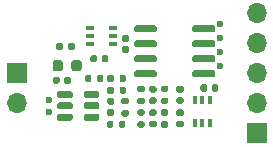
<source format=gts>
G75*
G70*
%OFA0B0*%
%FSLAX25Y25*%
%IPPOS*%
%LPD*%
%AMOC8*
5,1,8,0,0,1.08239X$1,22.5*
%
%ADD10R,0.06693X0.06693*%
%ADD11O,0.06693X0.06693*%
%ADD12C,0.02362*%
%ADD24R,0.02559X0.01575*%
%ADD25R,0.01575X0.02559*%
X0000000Y0000000D02*
%LPD*%
G01*
D10*
X0010000Y0032500D03*
D11*
X0010000Y0022500D03*
D12*
X0077677Y0039665D03*
X0077677Y0034941D03*
X0077677Y0044390D03*
X0077677Y0049114D03*
X0020886Y0023681D03*
X0020886Y0019744D03*
D10*
X0090000Y0012500D03*
D11*
X0090000Y0022500D03*
X0090000Y0032500D03*
X0090000Y0042500D03*
X0090000Y0052500D03*
X0019409Y0012500D02*
%LPD*%
G01*
D12*
X0077677Y0039665D03*
X0077677Y0034941D03*
X0077677Y0044390D03*
X0077677Y0049114D03*
X0020885Y0023681D03*
X0020885Y0019744D03*
G36*
G01*
X0036850Y0030118D02*
X0036850Y0031575D01*
G75*
G02*
X0037381Y0032106I0000531J0000000D01*
G01*
X0038444Y0032106D01*
G75*
G02*
X0038976Y0031575I0000000J-000531D01*
G01*
X0038976Y0030118D01*
G75*
G02*
X0038444Y0029587I-000531J0000000D01*
G01*
X0037381Y0029587D01*
G75*
G02*
X0036850Y0030118I0000000J0000531D01*
G01*
G37*
G36*
G01*
X0032834Y0030118D02*
X0032834Y0031575D01*
G75*
G02*
X0033366Y0032106I0000531J0000000D01*
G01*
X0034429Y0032106D01*
G75*
G02*
X0034960Y0031575I0000000J-000531D01*
G01*
X0034960Y0030118D01*
G75*
G02*
X0034429Y0029587I-000531J0000000D01*
G01*
X0033366Y0029587D01*
G75*
G02*
X0032834Y0030118I0000000J0000531D01*
G01*
G37*
G36*
G01*
X0060098Y0014429D02*
X0058641Y0014429D01*
G75*
G02*
X0058110Y0014961I0000000J0000531D01*
G01*
X0058110Y0016024D01*
G75*
G02*
X0058641Y0016555I0000531J0000000D01*
G01*
X0060098Y0016555D01*
G75*
G02*
X0060629Y0016024I0000000J-000531D01*
G01*
X0060629Y0014961D01*
G75*
G02*
X0060098Y0014429I-000531J0000000D01*
G01*
G37*
G36*
G01*
X0060098Y0018445D02*
X0058641Y0018445D01*
G75*
G02*
X0058110Y0018976I0000000J0000531D01*
G01*
X0058110Y0020039D01*
G75*
G02*
X0058641Y0020571I0000531J0000000D01*
G01*
X0060098Y0020571D01*
G75*
G02*
X0060629Y0020039I0000000J-000531D01*
G01*
X0060629Y0018976D01*
G75*
G02*
X0060098Y0018445I-000531J0000000D01*
G01*
G37*
G36*
G01*
X0049126Y0046772D02*
X0049126Y0047953D01*
G75*
G02*
X0049716Y0048543I0000591J0000000D01*
G01*
X0056212Y0048543D01*
G75*
G02*
X0056803Y0047953I0000000J-000591D01*
G01*
X0056803Y0046772D01*
G75*
G02*
X0056212Y0046181I-000591J0000000D01*
G01*
X0049716Y0046181D01*
G75*
G02*
X0049126Y0046772I0000000J0000591D01*
G01*
G37*
G36*
G01*
X0049126Y0041772D02*
X0049126Y0042953D01*
G75*
G02*
X0049716Y0043543I0000591J0000000D01*
G01*
X0056212Y0043543D01*
G75*
G02*
X0056803Y0042953I0000000J-000591D01*
G01*
X0056803Y0041772D01*
G75*
G02*
X0056212Y0041181I-000591J0000000D01*
G01*
X0049716Y0041181D01*
G75*
G02*
X0049126Y0041772I0000000J0000591D01*
G01*
G37*
G36*
G01*
X0049126Y0036772D02*
X0049126Y0037953D01*
G75*
G02*
X0049716Y0038543I0000591J0000000D01*
G01*
X0056212Y0038543D01*
G75*
G02*
X0056803Y0037953I0000000J-000591D01*
G01*
X0056803Y0036772D01*
G75*
G02*
X0056212Y0036181I-000591J0000000D01*
G01*
X0049716Y0036181D01*
G75*
G02*
X0049126Y0036772I0000000J0000591D01*
G01*
G37*
G36*
G01*
X0049126Y0031772D02*
X0049126Y0032953D01*
G75*
G02*
X0049716Y0033543I0000591J0000000D01*
G01*
X0056212Y0033543D01*
G75*
G02*
X0056803Y0032953I0000000J-000591D01*
G01*
X0056803Y0031772D01*
G75*
G02*
X0056212Y0031181I-000591J0000000D01*
G01*
X0049716Y0031181D01*
G75*
G02*
X0049126Y0031772I0000000J0000591D01*
G01*
G37*
G36*
G01*
X0068614Y0031772D02*
X0068614Y0032953D01*
G75*
G02*
X0069204Y0033543I0000591J0000000D01*
G01*
X0075700Y0033543D01*
G75*
G02*
X0076291Y0032953I0000000J-000591D01*
G01*
X0076291Y0031772D01*
G75*
G02*
X0075700Y0031181I-000591J0000000D01*
G01*
X0069204Y0031181D01*
G75*
G02*
X0068614Y0031772I0000000J0000591D01*
G01*
G37*
G36*
G01*
X0068614Y0036772D02*
X0068614Y0037953D01*
G75*
G02*
X0069204Y0038543I0000591J0000000D01*
G01*
X0075700Y0038543D01*
G75*
G02*
X0076291Y0037953I0000000J-000591D01*
G01*
X0076291Y0036772D01*
G75*
G02*
X0075700Y0036181I-000591J0000000D01*
G01*
X0069204Y0036181D01*
G75*
G02*
X0068614Y0036772I0000000J0000591D01*
G01*
G37*
G36*
G01*
X0068614Y0041772D02*
X0068614Y0042953D01*
G75*
G02*
X0069204Y0043543I0000591J0000000D01*
G01*
X0075700Y0043543D01*
G75*
G02*
X0076291Y0042953I0000000J-000591D01*
G01*
X0076291Y0041772D01*
G75*
G02*
X0075700Y0041181I-000591J0000000D01*
G01*
X0069204Y0041181D01*
G75*
G02*
X0068614Y0041772I0000000J0000591D01*
G01*
G37*
G36*
G01*
X0068614Y0046772D02*
X0068614Y0047953D01*
G75*
G02*
X0069204Y0048543I0000591J0000000D01*
G01*
X0075700Y0048543D01*
G75*
G02*
X0076291Y0047953I0000000J-000591D01*
G01*
X0076291Y0046772D01*
G75*
G02*
X0075700Y0046181I-000591J0000000D01*
G01*
X0069204Y0046181D01*
G75*
G02*
X0068614Y0046772I0000000J0000591D01*
G01*
G37*
D24*
X0034606Y0047500D03*
X0034606Y0044941D03*
X0034606Y0042382D03*
X0042086Y0042382D03*
X0042086Y0044941D03*
X0042086Y0047500D03*
G36*
G01*
X0050767Y0028412D02*
X0052224Y0028412D01*
G75*
G02*
X0052755Y0027880I0000000J-000531D01*
G01*
X0052755Y0026817D01*
G75*
G02*
X0052224Y0026286I-000531J0000000D01*
G01*
X0050767Y0026286D01*
G75*
G02*
X0050236Y0026817I0000000J0000531D01*
G01*
X0050236Y0027880D01*
G75*
G02*
X0050767Y0028412I0000531J0000000D01*
G01*
G37*
G36*
G01*
X0050767Y0024396D02*
X0052224Y0024396D01*
G75*
G02*
X0052755Y0023865I0000000J-000531D01*
G01*
X0052755Y0022802D01*
G75*
G02*
X0052224Y0022270I-000531J0000000D01*
G01*
X0050767Y0022270D01*
G75*
G02*
X0050236Y0022802I0000000J0000531D01*
G01*
X0050236Y0023865D01*
G75*
G02*
X0050767Y0024396I0000531J0000000D01*
G01*
G37*
G36*
G01*
X0056102Y0022349D02*
X0054763Y0022349D01*
G75*
G02*
X0054212Y0022900I0000000J0000551D01*
G01*
X0054212Y0024002D01*
G75*
G02*
X0054763Y0024554I0000551J0000000D01*
G01*
X0056102Y0024554D01*
G75*
G02*
X0056653Y0024002I0000000J-000551D01*
G01*
X0056653Y0022900D01*
G75*
G02*
X0056102Y0022349I-000551J0000000D01*
G01*
G37*
G36*
G01*
X0056102Y0026128D02*
X0054763Y0026128D01*
G75*
G02*
X0054212Y0026680I0000000J0000551D01*
G01*
X0054212Y0027782D01*
G75*
G02*
X0054763Y0028333I0000551J0000000D01*
G01*
X0056102Y0028333D01*
G75*
G02*
X0056653Y0027782I0000000J-000551D01*
G01*
X0056653Y0026680D01*
G75*
G02*
X0056102Y0026128I-000551J0000000D01*
G01*
G37*
G36*
G01*
X0052224Y0014429D02*
X0050767Y0014429D01*
G75*
G02*
X0050236Y0014961I0000000J0000531D01*
G01*
X0050236Y0016024D01*
G75*
G02*
X0050767Y0016555I0000531J0000000D01*
G01*
X0052224Y0016555D01*
G75*
G02*
X0052755Y0016024I0000000J-000531D01*
G01*
X0052755Y0014961D01*
G75*
G02*
X0052224Y0014429I-000531J0000000D01*
G01*
G37*
G36*
G01*
X0052224Y0018445D02*
X0050767Y0018445D01*
G75*
G02*
X0050236Y0018976I0000000J0000531D01*
G01*
X0050236Y0020039D01*
G75*
G02*
X0050767Y0020571I0000531J0000000D01*
G01*
X0052224Y0020571D01*
G75*
G02*
X0052755Y0020039I0000000J-000531D01*
G01*
X0052755Y0018976D01*
G75*
G02*
X0052224Y0018445I-000531J0000000D01*
G01*
G37*
G36*
G01*
X0063818Y0020492D02*
X0065157Y0020492D01*
G75*
G02*
X0065708Y0019941I0000000J-000551D01*
G01*
X0065708Y0018839D01*
G75*
G02*
X0065157Y0018287I-000551J0000000D01*
G01*
X0063818Y0018287D01*
G75*
G02*
X0063267Y0018839I0000000J0000551D01*
G01*
X0063267Y0019941D01*
G75*
G02*
X0063818Y0020492I0000551J0000000D01*
G01*
G37*
G36*
G01*
X0063818Y0016713D02*
X0065157Y0016713D01*
G75*
G02*
X0065708Y0016161I0000000J-000551D01*
G01*
X0065708Y0015059D01*
G75*
G02*
X0065157Y0014508I-000551J0000000D01*
G01*
X0063818Y0014508D01*
G75*
G02*
X0063267Y0015059I0000000J0000551D01*
G01*
X0063267Y0016161D01*
G75*
G02*
X0063818Y0016713I0000551J0000000D01*
G01*
G37*
G36*
G01*
X0040689Y0024350D02*
X0042027Y0024350D01*
G75*
G02*
X0042578Y0023799I0000000J-000551D01*
G01*
X0042578Y0022697D01*
G75*
G02*
X0042027Y0022146I-000551J0000000D01*
G01*
X0040689Y0022146D01*
G75*
G02*
X0040137Y0022697I0000000J0000551D01*
G01*
X0040137Y0023799D01*
G75*
G02*
X0040689Y0024350I0000551J0000000D01*
G01*
G37*
G36*
G01*
X0040689Y0020571D02*
X0042027Y0020571D01*
G75*
G02*
X0042578Y0020020I0000000J-000551D01*
G01*
X0042578Y0018917D01*
G75*
G02*
X0042027Y0018366I-000551J0000000D01*
G01*
X0040689Y0018366D01*
G75*
G02*
X0040137Y0018917I0000000J0000551D01*
G01*
X0040137Y0020020D01*
G75*
G02*
X0040689Y0020571I0000551J0000000D01*
G01*
G37*
G36*
G01*
X0046456Y0027598D02*
X0046456Y0026142D01*
G75*
G02*
X0045925Y0025610I-000531J0000000D01*
G01*
X0044862Y0025610D01*
G75*
G02*
X0044330Y0026142I0000000J0000531D01*
G01*
X0044330Y0027598D01*
G75*
G02*
X0044862Y0028130I0000531J0000000D01*
G01*
X0045925Y0028130D01*
G75*
G02*
X0046456Y0027598I0000000J-000531D01*
G01*
G37*
G36*
G01*
X0042440Y0027598D02*
X0042440Y0026142D01*
G75*
G02*
X0041909Y0025610I-000531J0000000D01*
G01*
X0040846Y0025610D01*
G75*
G02*
X0040315Y0026142I0000000J0000531D01*
G01*
X0040315Y0027598D01*
G75*
G02*
X0040846Y0028130I0000531J0000000D01*
G01*
X0041909Y0028130D01*
G75*
G02*
X0042440Y0027598I0000000J-000531D01*
G01*
G37*
G36*
G01*
X0077283Y0028327D02*
X0077283Y0026988D01*
G75*
G02*
X0076732Y0026437I-000551J0000000D01*
G01*
X0075629Y0026437D01*
G75*
G02*
X0075078Y0026988I0000000J0000551D01*
G01*
X0075078Y0028327D01*
G75*
G02*
X0075629Y0028878I0000551J0000000D01*
G01*
X0076732Y0028878D01*
G75*
G02*
X0077283Y0028327I0000000J-000551D01*
G01*
G37*
G36*
G01*
X0073503Y0028327D02*
X0073503Y0026988D01*
G75*
G02*
X0072952Y0026437I-000551J0000000D01*
G01*
X0071850Y0026437D01*
G75*
G02*
X0071299Y0026988I0000000J0000551D01*
G01*
X0071299Y0028327D01*
G75*
G02*
X0071850Y0028878I0000551J0000000D01*
G01*
X0072952Y0028878D01*
G75*
G02*
X0073503Y0028327I0000000J-000551D01*
G01*
G37*
G36*
G01*
X0028228Y0034090D02*
X0028228Y0036107D01*
G75*
G02*
X0029089Y0036969I0000861J0000000D01*
G01*
X0030812Y0036969D01*
G75*
G02*
X0031673Y0036107I0000000J-000861D01*
G01*
X0031673Y0034090D01*
G75*
G02*
X0030812Y0033228I-000861J0000000D01*
G01*
X0029089Y0033228D01*
G75*
G02*
X0028228Y0034090I0000000J0000861D01*
G01*
G37*
G36*
G01*
X0022027Y0034090D02*
X0022027Y0036107D01*
G75*
G02*
X0022888Y0036969I0000861J0000000D01*
G01*
X0024611Y0036969D01*
G75*
G02*
X0025472Y0036107I0000000J-000861D01*
G01*
X0025472Y0034090D01*
G75*
G02*
X0024611Y0033228I-000861J0000000D01*
G01*
X0022888Y0033228D01*
G75*
G02*
X0022027Y0034090I0000000J0000861D01*
G01*
G37*
G36*
G01*
X0047007Y0039311D02*
X0045669Y0039311D01*
G75*
G02*
X0045118Y0039862I0000000J0000551D01*
G01*
X0045118Y0040965D01*
G75*
G02*
X0045669Y0041516I0000551J0000000D01*
G01*
X0047007Y0041516D01*
G75*
G02*
X0047559Y0040965I0000000J-000551D01*
G01*
X0047559Y0039862D01*
G75*
G02*
X0047007Y0039311I-000551J0000000D01*
G01*
G37*
G36*
G01*
X0047007Y0043091D02*
X0045669Y0043091D01*
G75*
G02*
X0045118Y0043642I0000000J0000551D01*
G01*
X0045118Y0044744D01*
G75*
G02*
X0045669Y0045295I0000551J0000000D01*
G01*
X0047007Y0045295D01*
G75*
G02*
X0047559Y0044744I0000000J-000551D01*
G01*
X0047559Y0043642D01*
G75*
G02*
X0047007Y0043091I-000551J0000000D01*
G01*
G37*
G36*
G01*
X0029370Y0042165D02*
X0029370Y0040709D01*
G75*
G02*
X0028838Y0040177I-000531J0000000D01*
G01*
X0027775Y0040177D01*
G75*
G02*
X0027244Y0040709I0000000J0000531D01*
G01*
X0027244Y0042165D01*
G75*
G02*
X0027775Y0042697I0000531J0000000D01*
G01*
X0028838Y0042697D01*
G75*
G02*
X0029370Y0042165I0000000J-000531D01*
G01*
G37*
G36*
G01*
X0025354Y0042165D02*
X0025354Y0040709D01*
G75*
G02*
X0024822Y0040177I-000531J0000000D01*
G01*
X0023759Y0040177D01*
G75*
G02*
X0023228Y0040709I0000000J0000531D01*
G01*
X0023228Y0042165D01*
G75*
G02*
X0023759Y0042697I0000531J0000000D01*
G01*
X0024822Y0042697D01*
G75*
G02*
X0025354Y0042165I0000000J-000531D01*
G01*
G37*
G36*
G01*
X0040315Y0030079D02*
X0040315Y0031535D01*
G75*
G02*
X0040846Y0032067I0000531J0000000D01*
G01*
X0041909Y0032067D01*
G75*
G02*
X0042440Y0031535I0000000J-000531D01*
G01*
X0042440Y0030079D01*
G75*
G02*
X0041909Y0029547I-000531J0000000D01*
G01*
X0040846Y0029547D01*
G75*
G02*
X0040315Y0030079I0000000J0000531D01*
G01*
G37*
G36*
G01*
X0044330Y0030079D02*
X0044330Y0031535D01*
G75*
G02*
X0044862Y0032067I0000531J0000000D01*
G01*
X0045925Y0032067D01*
G75*
G02*
X0046456Y0031535I0000000J-000531D01*
G01*
X0046456Y0030079D01*
G75*
G02*
X0045925Y0029547I-000531J0000000D01*
G01*
X0044862Y0029547D01*
G75*
G02*
X0044330Y0030079I0000000J0000531D01*
G01*
G37*
G36*
G01*
X0045452Y0024288D02*
X0046909Y0024288D01*
G75*
G02*
X0047440Y0023757I0000000J-000531D01*
G01*
X0047440Y0022694D01*
G75*
G02*
X0046909Y0022162I-000531J0000000D01*
G01*
X0045452Y0022162D01*
G75*
G02*
X0044921Y0022694I0000000J0000531D01*
G01*
X0044921Y0023757D01*
G75*
G02*
X0045452Y0024288I0000531J0000000D01*
G01*
G37*
G36*
G01*
X0045452Y0020272D02*
X0046909Y0020272D01*
G75*
G02*
X0047440Y0019741I0000000J-000531D01*
G01*
X0047440Y0018678D01*
G75*
G02*
X0046909Y0018147I-000531J0000000D01*
G01*
X0045452Y0018147D01*
G75*
G02*
X0044921Y0018678I0000000J0000531D01*
G01*
X0044921Y0019741D01*
G75*
G02*
X0045452Y0020272I0000531J0000000D01*
G01*
G37*
G36*
G01*
X0028110Y0030886D02*
X0028110Y0029547D01*
G75*
G02*
X0027559Y0028996I-000551J0000000D01*
G01*
X0026456Y0028996D01*
G75*
G02*
X0025905Y0029547I0000000J0000551D01*
G01*
X0025905Y0030886D01*
G75*
G02*
X0026456Y0031437I0000551J0000000D01*
G01*
X0027559Y0031437D01*
G75*
G02*
X0028110Y0030886I0000000J-000551D01*
G01*
G37*
G36*
G01*
X0024330Y0030886D02*
X0024330Y0029547D01*
G75*
G02*
X0023779Y0028996I-000551J0000000D01*
G01*
X0022677Y0028996D01*
G75*
G02*
X0022126Y0029547I0000000J0000551D01*
G01*
X0022126Y0030886D01*
G75*
G02*
X0022677Y0031437I0000551J0000000D01*
G01*
X0023779Y0031437D01*
G75*
G02*
X0024330Y0030886I0000000J-000551D01*
G01*
G37*
G36*
G01*
X0065157Y0022349D02*
X0063818Y0022349D01*
G75*
G02*
X0063267Y0022900I0000000J0000551D01*
G01*
X0063267Y0024002D01*
G75*
G02*
X0063818Y0024554I0000551J0000000D01*
G01*
X0065157Y0024554D01*
G75*
G02*
X0065708Y0024002I0000000J-000551D01*
G01*
X0065708Y0022900D01*
G75*
G02*
X0065157Y0022349I-000551J0000000D01*
G01*
G37*
G36*
G01*
X0065157Y0026128D02*
X0063818Y0026128D01*
G75*
G02*
X0063267Y0026680I0000000J0000551D01*
G01*
X0063267Y0027782D01*
G75*
G02*
X0063818Y0028333I0000551J0000000D01*
G01*
X0065157Y0028333D01*
G75*
G02*
X0065708Y0027782I0000000J-000551D01*
G01*
X0065708Y0026680D01*
G75*
G02*
X0065157Y0026128I-000551J0000000D01*
G01*
G37*
G36*
G01*
X0040137Y0014823D02*
X0040137Y0016280D01*
G75*
G02*
X0040669Y0016811I0000531J0000000D01*
G01*
X0041732Y0016811D01*
G75*
G02*
X0042263Y0016280I0000000J-000531D01*
G01*
X0042263Y0014823D01*
G75*
G02*
X0041732Y0014291I-000531J0000000D01*
G01*
X0040669Y0014291D01*
G75*
G02*
X0040137Y0014823I0000000J0000531D01*
G01*
G37*
G36*
G01*
X0044153Y0014823D02*
X0044153Y0016280D01*
G75*
G02*
X0044685Y0016811I0000531J0000000D01*
G01*
X0045748Y0016811D01*
G75*
G02*
X0046279Y0016280I0000000J-000531D01*
G01*
X0046279Y0014823D01*
G75*
G02*
X0045748Y0014291I-000531J0000000D01*
G01*
X0044685Y0014291D01*
G75*
G02*
X0044153Y0014823I0000000J0000531D01*
G01*
G37*
D25*
X0069396Y0016043D03*
X0071955Y0016043D03*
X0074514Y0016043D03*
X0074514Y0023524D03*
X0071955Y0023524D03*
X0069396Y0023524D03*
G36*
G01*
X0023447Y0024829D02*
X0023447Y0026010D01*
G75*
G02*
X0024038Y0026601I0000591J0000000D01*
G01*
X0028073Y0026601D01*
G75*
G02*
X0028664Y0026010I0000000J-000591D01*
G01*
X0028664Y0024829D01*
G75*
G02*
X0028073Y0024239I-000591J0000000D01*
G01*
X0024038Y0024239D01*
G75*
G02*
X0023447Y0024829I0000000J0000591D01*
G01*
G37*
G36*
G01*
X0023447Y0021089D02*
X0023447Y0022270D01*
G75*
G02*
X0024038Y0022861I0000591J0000000D01*
G01*
X0028073Y0022861D01*
G75*
G02*
X0028664Y0022270I0000000J-000591D01*
G01*
X0028664Y0021089D01*
G75*
G02*
X0028073Y0020498I-000591J0000000D01*
G01*
X0024038Y0020498D01*
G75*
G02*
X0023447Y0021089I0000000J0000591D01*
G01*
G37*
G36*
G01*
X0023447Y0017349D02*
X0023447Y0018530D01*
G75*
G02*
X0024038Y0019120I0000591J0000000D01*
G01*
X0028073Y0019120D01*
G75*
G02*
X0028664Y0018530I0000000J-000591D01*
G01*
X0028664Y0017349D01*
G75*
G02*
X0028073Y0016758I-000591J0000000D01*
G01*
X0024038Y0016758D01*
G75*
G02*
X0023447Y0017349I0000000J0000591D01*
G01*
G37*
G36*
G01*
X0032404Y0017349D02*
X0032404Y0018530D01*
G75*
G02*
X0032994Y0019120I0000591J0000000D01*
G01*
X0037030Y0019120D01*
G75*
G02*
X0037620Y0018530I0000000J-000591D01*
G01*
X0037620Y0017349D01*
G75*
G02*
X0037030Y0016758I-000591J0000000D01*
G01*
X0032994Y0016758D01*
G75*
G02*
X0032404Y0017349I0000000J0000591D01*
G01*
G37*
G36*
G01*
X0032404Y0021089D02*
X0032404Y0022270D01*
G75*
G02*
X0032994Y0022861I0000591J0000000D01*
G01*
X0037030Y0022861D01*
G75*
G02*
X0037620Y0022270I0000000J-000591D01*
G01*
X0037620Y0021089D01*
G75*
G02*
X0037030Y0020498I-000591J0000000D01*
G01*
X0032994Y0020498D01*
G75*
G02*
X0032404Y0021089I0000000J0000591D01*
G01*
G37*
G36*
G01*
X0032404Y0024829D02*
X0032404Y0026010D01*
G75*
G02*
X0032994Y0026601I0000591J0000000D01*
G01*
X0037030Y0026601D01*
G75*
G02*
X0037620Y0026010I0000000J-000591D01*
G01*
X0037620Y0024829D01*
G75*
G02*
X0037030Y0024239I-000591J0000000D01*
G01*
X0032994Y0024239D01*
G75*
G02*
X0032404Y0024829I0000000J0000591D01*
G01*
G37*
G36*
G01*
X0034566Y0036713D02*
X0034566Y0038051D01*
G75*
G02*
X0035118Y0038602I0000551J0000000D01*
G01*
X0036220Y0038602D01*
G75*
G02*
X0036771Y0038051I0000000J-000551D01*
G01*
X0036771Y0036713D01*
G75*
G02*
X0036220Y0036161I-000551J0000000D01*
G01*
X0035118Y0036161D01*
G75*
G02*
X0034566Y0036713I0000000J0000551D01*
G01*
G37*
G36*
G01*
X0038346Y0036713D02*
X0038346Y0038051D01*
G75*
G02*
X0038897Y0038602I0000551J0000000D01*
G01*
X0040000Y0038602D01*
G75*
G02*
X0040551Y0038051I0000000J-000551D01*
G01*
X0040551Y0036713D01*
G75*
G02*
X0040000Y0036161I-000551J0000000D01*
G01*
X0038897Y0036161D01*
G75*
G02*
X0038346Y0036713I0000000J0000551D01*
G01*
G37*
G36*
G01*
X0056102Y0014508D02*
X0054763Y0014508D01*
G75*
G02*
X0054212Y0015059I0000000J0000551D01*
G01*
X0054212Y0016161D01*
G75*
G02*
X0054763Y0016713I0000551J0000000D01*
G01*
X0056102Y0016713D01*
G75*
G02*
X0056653Y0016161I0000000J-000551D01*
G01*
X0056653Y0015059D01*
G75*
G02*
X0056102Y0014508I-000551J0000000D01*
G01*
G37*
G36*
G01*
X0056102Y0018287D02*
X0054763Y0018287D01*
G75*
G02*
X0054212Y0018839I0000000J0000551D01*
G01*
X0054212Y0019941D01*
G75*
G02*
X0054763Y0020492I0000551J0000000D01*
G01*
X0056102Y0020492D01*
G75*
G02*
X0056653Y0019941I0000000J-000551D01*
G01*
X0056653Y0018839D01*
G75*
G02*
X0056102Y0018287I-000551J0000000D01*
G01*
G37*
G36*
G01*
X0060098Y0022270D02*
X0058641Y0022270D01*
G75*
G02*
X0058110Y0022802I0000000J0000531D01*
G01*
X0058110Y0023865D01*
G75*
G02*
X0058641Y0024396I0000531J0000000D01*
G01*
X0060098Y0024396D01*
G75*
G02*
X0060629Y0023865I0000000J-000531D01*
G01*
X0060629Y0022802D01*
G75*
G02*
X0060098Y0022270I-000531J0000000D01*
G01*
G37*
G36*
G01*
X0060098Y0026286D02*
X0058641Y0026286D01*
G75*
G02*
X0058110Y0026817I0000000J0000531D01*
G01*
X0058110Y0027880D01*
G75*
G02*
X0058641Y0028412I0000531J0000000D01*
G01*
X0060098Y0028412D01*
G75*
G02*
X0060629Y0027880I0000000J-000531D01*
G01*
X0060629Y0026817D01*
G75*
G02*
X0060098Y0026286I-000531J0000000D01*
G01*
G37*
M02*

</source>
